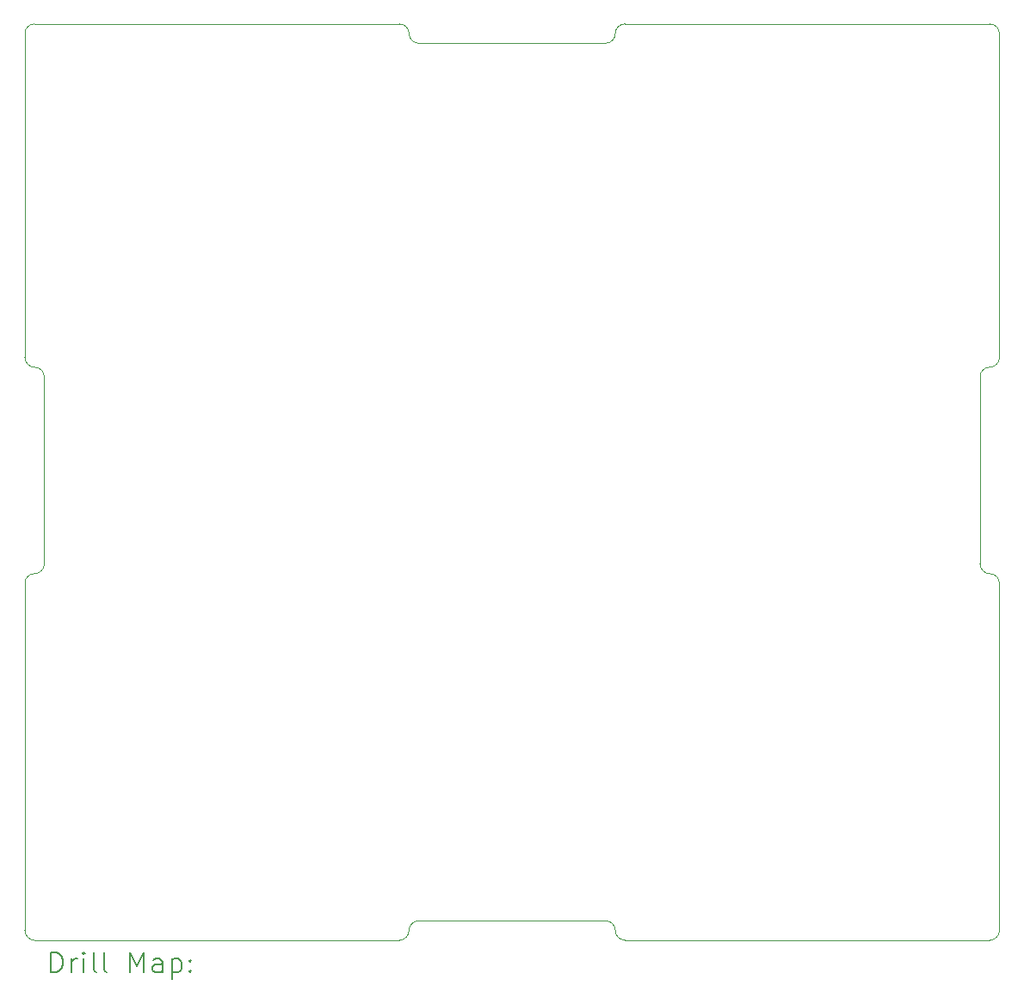
<source format=gbr>
%TF.GenerationSoftware,KiCad,Pcbnew,9.0.1*%
%TF.CreationDate,2025-04-06T23:11:19+02:00*%
%TF.ProjectId,DistributedPulseModulation,44697374-7269-4627-9574-656450756c73,rev?*%
%TF.SameCoordinates,Original*%
%TF.FileFunction,Drillmap*%
%TF.FilePolarity,Positive*%
%FSLAX45Y45*%
G04 Gerber Fmt 4.5, Leading zero omitted, Abs format (unit mm)*
G04 Created by KiCad (PCBNEW 9.0.1) date 2025-04-06 23:11:19*
%MOMM*%
%LPD*%
G01*
G04 APERTURE LIST*
%ADD10C,0.100000*%
%ADD11C,0.200000*%
G04 APERTURE END LIST*
D10*
X4318000Y-9759950D02*
X4318000Y-7918450D01*
X7907020Y-13366750D02*
G75*
G02*
X8002270Y-13271500I95250J0D01*
G01*
X9936480Y-4540250D02*
G75*
G02*
X10031730Y-4445000I95250J0D01*
G01*
X4222750Y-13462000D02*
G75*
G02*
X4127500Y-13366750I0J95250D01*
G01*
X4318000Y-9759950D02*
G75*
G02*
X4222750Y-9855200I-95250J0D01*
G01*
X4127500Y-4540250D02*
G75*
G02*
X4222750Y-4445000I95250J0D01*
G01*
X4127500Y-9950450D02*
G75*
G02*
X4222750Y-9855200I95250J0D01*
G01*
X4222750Y-7823200D02*
G75*
G02*
X4318000Y-7918450I0J-95250D01*
G01*
X9936480Y-4540250D02*
G75*
G02*
X9841230Y-4635500I-95250J0D01*
G01*
X8002270Y-4635500D02*
X9841230Y-4635500D01*
X13620750Y-9855200D02*
G75*
G02*
X13525500Y-9759950I0J95250D01*
G01*
X13716000Y-7727950D02*
X13716000Y-4540250D01*
X9841230Y-13271500D02*
G75*
G02*
X9936480Y-13366750I0J-95250D01*
G01*
X13716000Y-13366750D02*
X13716000Y-9950450D01*
X7907020Y-13366750D02*
G75*
G02*
X7811770Y-13462000I-95250J0D01*
G01*
X4222750Y-13462000D02*
X7811770Y-13462000D01*
X4127500Y-13366750D02*
X4127500Y-9950450D01*
X4222750Y-4445000D02*
X7811770Y-4445000D01*
X13620750Y-9855200D02*
G75*
G02*
X13716000Y-9950450I0J-95250D01*
G01*
X13716000Y-7727950D02*
G75*
G02*
X13620750Y-7823200I-95250J0D01*
G01*
X10031730Y-13462000D02*
G75*
G02*
X9936480Y-13366750I0J95250D01*
G01*
X13525500Y-9759950D02*
X13525500Y-7918450D01*
X7811770Y-4445000D02*
G75*
G02*
X7907020Y-4540250I0J-95250D01*
G01*
X8002270Y-4635500D02*
G75*
G02*
X7907020Y-4540250I0J95250D01*
G01*
X10031730Y-4445000D02*
X13620750Y-4445000D01*
X13525500Y-7918450D02*
G75*
G02*
X13620750Y-7823200I95250J0D01*
G01*
X13716000Y-13366750D02*
G75*
G02*
X13620750Y-13462000I-95250J0D01*
G01*
X10031730Y-13462000D02*
X13620750Y-13462000D01*
X8002270Y-13271500D02*
X9841230Y-13271500D01*
X4127500Y-7727950D02*
X4127500Y-4540250D01*
X13620750Y-4445000D02*
G75*
G02*
X13716000Y-4540250I0J-95250D01*
G01*
X4222750Y-7823200D02*
G75*
G02*
X4127500Y-7727950I0J95250D01*
G01*
D11*
X4383277Y-13778484D02*
X4383277Y-13578484D01*
X4383277Y-13578484D02*
X4430896Y-13578484D01*
X4430896Y-13578484D02*
X4459467Y-13588008D01*
X4459467Y-13588008D02*
X4478515Y-13607055D01*
X4478515Y-13607055D02*
X4488039Y-13626103D01*
X4488039Y-13626103D02*
X4497562Y-13664198D01*
X4497562Y-13664198D02*
X4497562Y-13692769D01*
X4497562Y-13692769D02*
X4488039Y-13730865D01*
X4488039Y-13730865D02*
X4478515Y-13749912D01*
X4478515Y-13749912D02*
X4459467Y-13768960D01*
X4459467Y-13768960D02*
X4430896Y-13778484D01*
X4430896Y-13778484D02*
X4383277Y-13778484D01*
X4583277Y-13778484D02*
X4583277Y-13645150D01*
X4583277Y-13683246D02*
X4592801Y-13664198D01*
X4592801Y-13664198D02*
X4602324Y-13654674D01*
X4602324Y-13654674D02*
X4621372Y-13645150D01*
X4621372Y-13645150D02*
X4640420Y-13645150D01*
X4707086Y-13778484D02*
X4707086Y-13645150D01*
X4707086Y-13578484D02*
X4697562Y-13588008D01*
X4697562Y-13588008D02*
X4707086Y-13597531D01*
X4707086Y-13597531D02*
X4716610Y-13588008D01*
X4716610Y-13588008D02*
X4707086Y-13578484D01*
X4707086Y-13578484D02*
X4707086Y-13597531D01*
X4830896Y-13778484D02*
X4811848Y-13768960D01*
X4811848Y-13768960D02*
X4802324Y-13749912D01*
X4802324Y-13749912D02*
X4802324Y-13578484D01*
X4935658Y-13778484D02*
X4916610Y-13768960D01*
X4916610Y-13768960D02*
X4907086Y-13749912D01*
X4907086Y-13749912D02*
X4907086Y-13578484D01*
X5164229Y-13778484D02*
X5164229Y-13578484D01*
X5164229Y-13578484D02*
X5230896Y-13721341D01*
X5230896Y-13721341D02*
X5297562Y-13578484D01*
X5297562Y-13578484D02*
X5297562Y-13778484D01*
X5478515Y-13778484D02*
X5478515Y-13673722D01*
X5478515Y-13673722D02*
X5468991Y-13654674D01*
X5468991Y-13654674D02*
X5449943Y-13645150D01*
X5449943Y-13645150D02*
X5411848Y-13645150D01*
X5411848Y-13645150D02*
X5392801Y-13654674D01*
X5478515Y-13768960D02*
X5459467Y-13778484D01*
X5459467Y-13778484D02*
X5411848Y-13778484D01*
X5411848Y-13778484D02*
X5392801Y-13768960D01*
X5392801Y-13768960D02*
X5383277Y-13749912D01*
X5383277Y-13749912D02*
X5383277Y-13730865D01*
X5383277Y-13730865D02*
X5392801Y-13711817D01*
X5392801Y-13711817D02*
X5411848Y-13702293D01*
X5411848Y-13702293D02*
X5459467Y-13702293D01*
X5459467Y-13702293D02*
X5478515Y-13692769D01*
X5573753Y-13645150D02*
X5573753Y-13845150D01*
X5573753Y-13654674D02*
X5592800Y-13645150D01*
X5592800Y-13645150D02*
X5630896Y-13645150D01*
X5630896Y-13645150D02*
X5649943Y-13654674D01*
X5649943Y-13654674D02*
X5659467Y-13664198D01*
X5659467Y-13664198D02*
X5668991Y-13683246D01*
X5668991Y-13683246D02*
X5668991Y-13740388D01*
X5668991Y-13740388D02*
X5659467Y-13759436D01*
X5659467Y-13759436D02*
X5649943Y-13768960D01*
X5649943Y-13768960D02*
X5630896Y-13778484D01*
X5630896Y-13778484D02*
X5592800Y-13778484D01*
X5592800Y-13778484D02*
X5573753Y-13768960D01*
X5754705Y-13759436D02*
X5764229Y-13768960D01*
X5764229Y-13768960D02*
X5754705Y-13778484D01*
X5754705Y-13778484D02*
X5745181Y-13768960D01*
X5745181Y-13768960D02*
X5754705Y-13759436D01*
X5754705Y-13759436D02*
X5754705Y-13778484D01*
X5754705Y-13654674D02*
X5764229Y-13664198D01*
X5764229Y-13664198D02*
X5754705Y-13673722D01*
X5754705Y-13673722D02*
X5745181Y-13664198D01*
X5745181Y-13664198D02*
X5754705Y-13654674D01*
X5754705Y-13654674D02*
X5754705Y-13673722D01*
M02*

</source>
